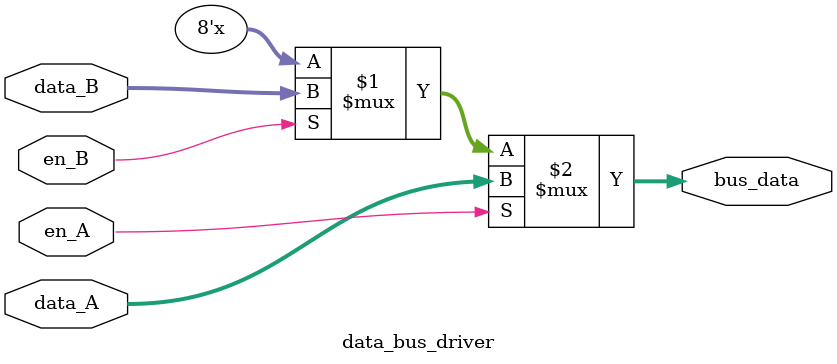
<source format=v>
`timescale 1ns / 1ps
module data_bus_driver (
    input [7:0] data_A,    // 회로 블록 A의 데이터
    input [7:0] data_B,    // 회로 블록 B의 데이터
    input en_A,            // 회로 블록 A의 활성화 신호
    input en_B,            // 회로 블록 B의 활성화 신호
    output [7:0] bus_data  // 공통 데이터 버스
);

    // 3상태 버퍼 구현
    assign bus_data = (en_A) ? data_A : 
                      (en_B) ? data_B : 
                      8'bz;  // 고임피던스 상태

endmodule

</source>
